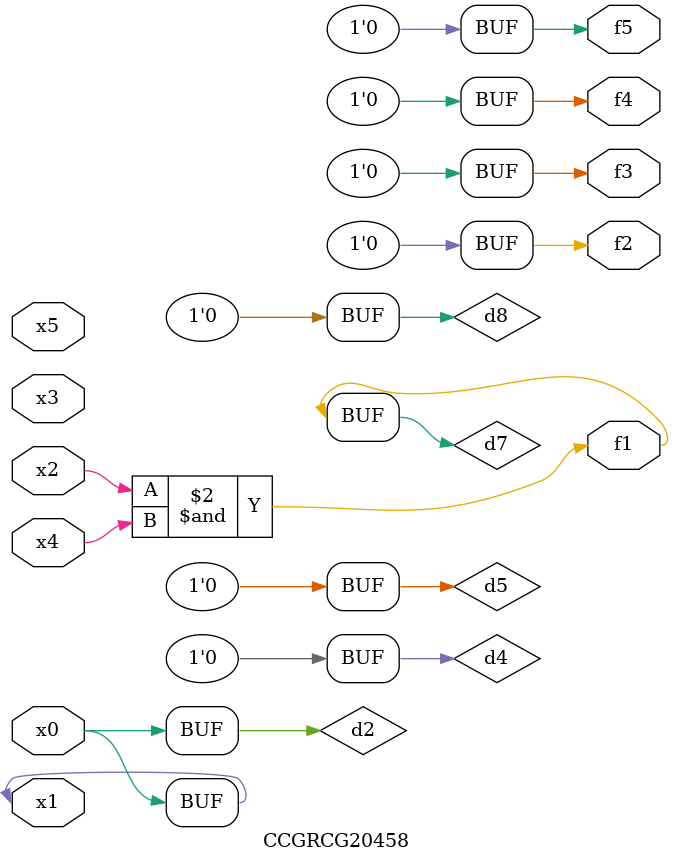
<source format=v>
module CCGRCG20458(
	input x0, x1, x2, x3, x4, x5,
	output f1, f2, f3, f4, f5
);

	wire d1, d2, d3, d4, d5, d6, d7, d8, d9;

	nand (d1, x1);
	buf (d2, x0, x1);
	nand (d3, x2, x4);
	and (d4, d1, d2);
	and (d5, d1, d2);
	nand (d6, d1, d3);
	not (d7, d3);
	xor (d8, d5);
	nor (d9, d5, d6);
	assign f1 = d7;
	assign f2 = d8;
	assign f3 = d8;
	assign f4 = d8;
	assign f5 = d8;
endmodule

</source>
